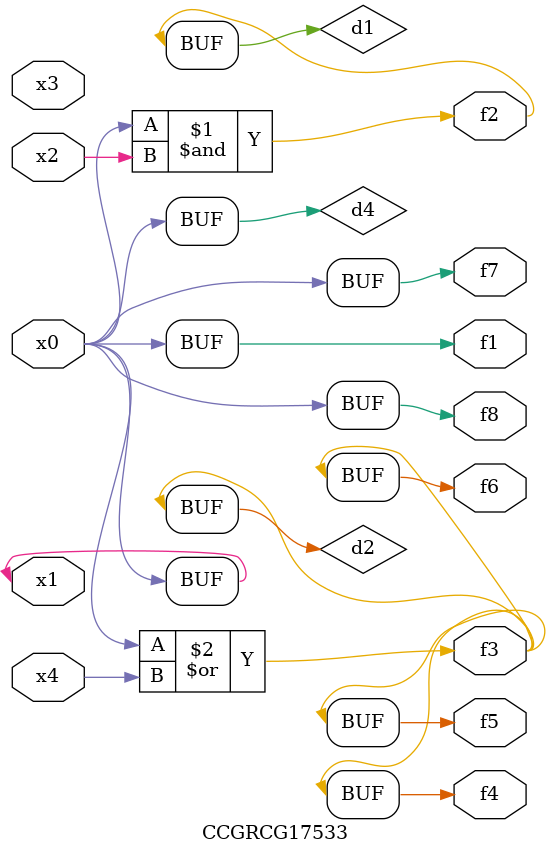
<source format=v>
module CCGRCG17533(
	input x0, x1, x2, x3, x4,
	output f1, f2, f3, f4, f5, f6, f7, f8
);

	wire d1, d2, d3, d4;

	and (d1, x0, x2);
	or (d2, x0, x4);
	nand (d3, x0, x2);
	buf (d4, x0, x1);
	assign f1 = d4;
	assign f2 = d1;
	assign f3 = d2;
	assign f4 = d2;
	assign f5 = d2;
	assign f6 = d2;
	assign f7 = d4;
	assign f8 = d4;
endmodule

</source>
